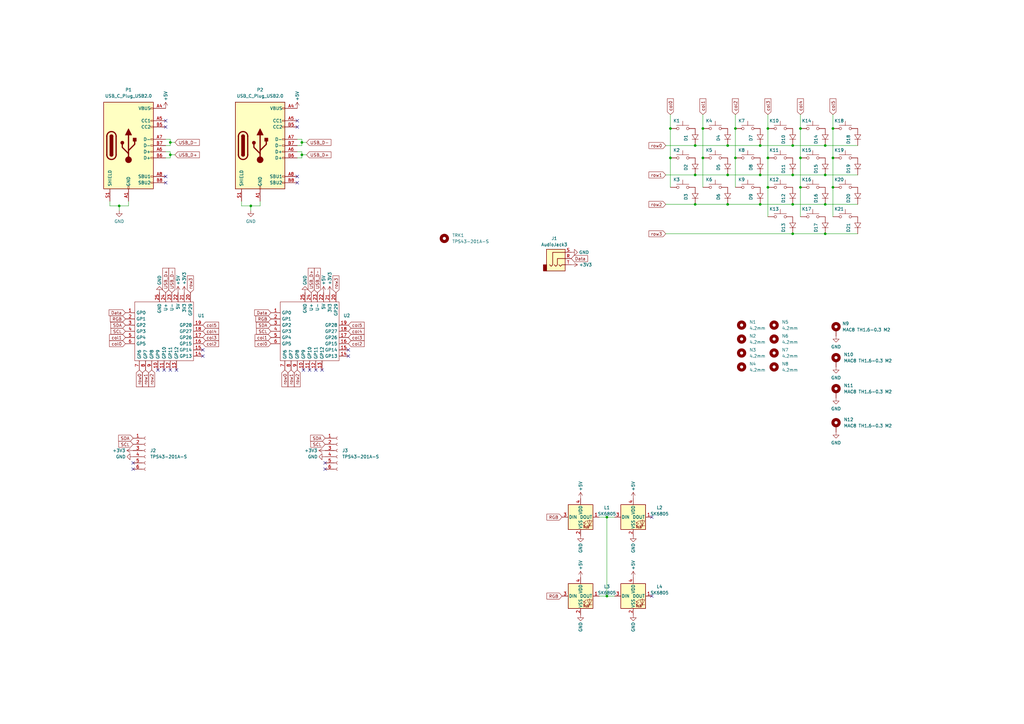
<source format=kicad_sch>
(kicad_sch (version 20230121) (generator eeschema)
  (paper "A3")
  (lib_symbols
    (symbol "Connector:Conn_01x06_Socket" (pin_names (offset 1.016) hide)
      (property "Reference" "J" (at 0 7.62 0))
      (property "Value" "Conn_01x06_Socket" (at 0 -10.16 0))
      (symbol "Conn_01x06_Socket_1_1"
        (arc (start 0 -7.112) (mid -0.5058 -7.62) (end 0 -8.128) (stroke (width 0.1524)))
        (arc (start 0 -4.572) (mid -0.5058 -5.08) (end 0 -5.588) (stroke (width 0.1524)))
        (arc (start 0 -2.032) (mid -0.5058 -2.54) (end 0 -3.048) (stroke (width 0.1524)))
        (polyline (pts (xy -1.27 -7.62) (xy -0.508 -7.62)) (stroke (width 0.1524)))
        (polyline (pts (xy -1.27 -5.08) (xy -0.508 -5.08)) (stroke (width 0.1524)))
        (polyline (pts (xy -1.27 -2.54) (xy -0.508 -2.54)) (stroke (width 0.1524)))
        (polyline (pts (xy -1.27 0) (xy -0.508 0)) (stroke (width 0.1524)))
        (polyline (pts (xy -1.27 2.54) (xy -0.508 2.54)) (stroke (width 0.1524)))
        (polyline (pts (xy -1.27 5.08) (xy -0.508 5.08)) (stroke (width 0.1524)))
        (arc (start 0 0.508) (mid -0.5058 0) (end 0 -0.508) (stroke (width 0.1524)))
        (arc (start 0 3.048) (mid -0.5058 2.54) (end 0 2.032) (stroke (width 0.1524)))
        (arc (start 0 5.588) (mid -0.5058 5.08) (end 0 4.572) (stroke (width 0.1524)))
        (pin passive line (at -5.08 5.08 0) (length 3.81) (name "Pin_1") (number "1"))
        (pin passive line (at -5.08 2.54 0) (length 3.81) (name "Pin_2") (number "2"))
        (pin passive line (at -5.08 0 0) (length 3.81) (name "Pin_3") (number "3"))
        (pin passive line (at -5.08 -2.54 0) (length 3.81) (name "Pin_4") (number "4"))
        (pin passive line (at -5.08 -5.08 0) (length 3.81) (name "Pin_5") (number "5"))
        (pin passive line (at -5.08 -7.62 0) (length 3.81) (name "Pin_6") (number "6"))
      )
    )
    (symbol "Connector:USB_C_Receptacle_USB2.0" (pin_names (offset 1.016))
      (property "Reference" "J" (at -10.16 19.05 0))
      (property "Value" "USB_C_Receptacle_USB2.0" (at 19.05 19.05 0))
      (symbol "USB_C_Receptacle_USB2.0_0_0"
        (rectangle (start -0.254 -17.78) (end 0.254 -16.764))
        (rectangle (start 10.16 -14.986) (end 9.144 -15.494))
        (rectangle (start 10.16 -12.446) (end 9.144 -12.954))
        (rectangle (start 10.16 -4.826) (end 9.144 -5.334))
        (rectangle (start 10.16 -2.286) (end 9.144 -2.794))
        (rectangle (start 10.16 0.254) (end 9.144 -0.254))
        (rectangle (start 10.16 2.794) (end 9.144 2.286))
        (rectangle (start 10.16 7.874) (end 9.144 7.366))
        (rectangle (start 10.16 10.414) (end 9.144 9.906))
        (rectangle (start 10.16 15.494) (end 9.144 14.986))
      )
      (symbol "USB_C_Receptacle_USB2.0_0_1"
        (rectangle (start -10.16 17.78) (end 10.16 -17.78) (stroke (width 0.254)) (fill (type background)))
        (arc (start -8.89 -3.81) (mid -6.985 -5.7067) (end -5.08 -3.81) (stroke (width 0.508)))
        (arc (start -7.62 -3.81) (mid -6.985 -4.4423) (end -6.35 -3.81) (stroke (width 0.254)))
        (arc (start -7.62 -3.81) (mid -6.985 -4.4423) (end -6.35 -3.81) (stroke (width 0.254)) (fill (type outline)))
        (rectangle (start -7.62 -3.81) (end -6.35 3.81) (stroke (width 0.254)) (fill (type outline)))
        (arc (start -6.35 3.81) (mid -6.985 4.4423) (end -7.62 3.81) (stroke (width 0.254)))
        (arc (start -6.35 3.81) (mid -6.985 4.4423) (end -7.62 3.81) (stroke (width 0.254)) (fill (type outline)))
        (arc (start -5.08 3.81) (mid -6.985 5.7067) (end -8.89 3.81) (stroke (width 0.508)))
        (circle (center -2.54 1.143) (radius 0.635) (stroke (width 0.254)) (fill (type outline)))
        (circle (center 0 -5.842) (radius 1.27) (fill (type outline)))
        (polyline (pts (xy -8.89 -3.81) (xy -8.89 3.81)) (stroke (width 0.508)))
        (polyline (pts (xy -5.08 3.81) (xy -5.08 -3.81)) (stroke (width 0.508)))
        (polyline (pts (xy 0 -5.842) (xy 0 4.318)) (stroke (width 0.508)))
        (polyline (pts (xy 0 -3.302) (xy -2.54 -0.762) (xy -2.54 0.508)) (stroke (width 0.508)))
        (polyline (pts (xy 0 -2.032) (xy 2.54 0.508) (xy 2.54 1.778)) (stroke (width 0.508)))
        (polyline (pts (xy -1.27 4.318) (xy 0 6.858) (xy 1.27 4.318) (xy -1.27 4.318)) (stroke (width 0.254)) (fill (type outline)))
        (rectangle (start 1.905 1.778) (end 3.175 3.048) (stroke (width 0.254)) (fill (type outline)))
      )
      (symbol "USB_C_Receptacle_USB2.0_1_1"
        (pin passive line (at 0 -22.86 90) (length 5.08) (name "GND") (number "A1"))
        (pin passive line (at 0 -22.86 90) (length 5.08) hide (name "GND") (number "A12"))
        (pin passive line (at 15.24 15.24 180) (length 5.08) (name "VBUS") (number "A4"))
        (pin bidirectional line (at 15.24 10.16 180) (length 5.08) (name "CC1") (number "A5"))
        (pin bidirectional line (at 15.24 -2.54 180) (length 5.08) (name "D+") (number "A6"))
        (pin bidirectional line (at 15.24 2.54 180) (length 5.08) (name "D-") (number "A7"))
        (pin bidirectional line (at 15.24 -12.7 180) (length 5.08) (name "SBU1") (number "A8"))
        (pin passive line (at 15.24 15.24 180) (length 5.08) hide (name "VBUS") (number "A9"))
        (pin passive line (at 0 -22.86 90) (length 5.08) hide (name "GND") (number "B1"))
        (pin passive line (at 0 -22.86 90) (length 5.08) hide (name "GND") (number "B12"))
        (pin passive line (at 15.24 15.24 180) (length 5.08) hide (name "VBUS") (number "B4"))
        (pin bidirectional line (at 15.24 7.62 180) (length 5.08) (name "CC2") (number "B5"))
        (pin bidirectional line (at 15.24 -5.08 180) (length 5.08) (name "D+") (number "B6"))
        (pin bidirectional line (at 15.24 0 180) (length 5.08) (name "D-") (number "B7"))
        (pin bidirectional line (at 15.24 -15.24 180) (length 5.08) (name "SBU2") (number "B8"))
        (pin passive line (at 15.24 15.24 180) (length 5.08) hide (name "VBUS") (number "B9"))
        (pin passive line (at -7.62 -22.86 90) (length 5.08) (name "SHIELD") (number "S1"))
      )
    )
    (symbol "Connector_Audio:AudioJack3"
      (property "Reference" "J" (at 0 8.89 0))
      (property "Value" "AudioJack3" (at 0 6.35 0))
      (symbol "AudioJack3_0_1"
        (rectangle (start -5.08 -5.08) (end -6.35 -2.54) (stroke (width 0.254)) (fill (type outline)))
        (polyline (pts (xy 0 -2.54) (xy 0.635 -3.175) (xy 1.27 -2.54) (xy 2.54 -2.54)) (stroke (width 0.254)))
        (polyline (pts (xy -1.905 -2.54) (xy -1.27 -3.175) (xy -0.635 -2.54) (xy -0.635 0) (xy 2.54 0)) (stroke (width 0.254)))
        (polyline (pts (xy 2.54 2.54) (xy -2.54 2.54) (xy -2.54 -2.54) (xy -3.175 -3.175) (xy -3.81 -2.54)) (stroke (width 0.254)))
        (rectangle (start 2.54 3.81) (end -5.08 -5.08) (stroke (width 0.254)) (fill (type background)))
      )
      (symbol "AudioJack3_1_1"
        (pin passive line (at 5.08 0 180) (length 2.54) (name "~") (number "R"))
        (pin passive line (at 5.08 2.54 180) (length 2.54) (name "~") (number "S"))
        (pin passive line (at 5.08 -2.54 180) (length 2.54) (name "~") (number "T"))
      )
    )
    (symbol "DreaM117er_Library:DS_1N4148_SMD"
      (property "Reference" "D" (at 0 2.54 0))
      (property "Value" "1N4148_SMD" (at 0 -2.54 0))
      (symbol "DS_1N4148_SMD_0_1"
        (polyline (pts (xy -1.27 1.27) (xy -1.27 -1.27)))
        (polyline (pts (xy -1.27 0) (xy 0.635 1.27) (xy 0.635 -1.27) (xy -1.27 0)))
      )
      (symbol "DS_1N4148_SMD_1_1"
        (pin passive line (at -3.81 0 0) (length 2.54) (name "") (number "1"))
        (pin passive line (at 3.175 0 180) (length 2.54) (name "") (number "2"))
      )
    )
    (symbol "DreaM117er_Library:MCU_RP2040_CoreA_SMD" (pin_names (offset 0.635))
      (property "Reference" "U1" (at -9.525 13.97 0))
      (symbol "MCU_RP2040_CoreA_SMD_0_1"
        (rectangle (start -12.065 12.065) (end 12.065 -12.065))
      )
      (symbol "MCU_RP2040_CoreA_SMD_1_1"
        (pin passive line (at -15.875 7.62 0) (length 3.81) (name "GP0") (number "1"))
        (pin passive line (at -2.54 -15.875 90) (length 3.81) (name "GP9") (number "10"))
        (pin passive line (at 0 -15.875 90) (length 3.81) (name "GP10") (number "11"))
        (pin passive line (at 2.54 -15.875 90) (length 3.81) (name "GP11") (number "12"))
        (pin passive line (at 5.08 -15.875 90) (length 3.81) (name "GP12") (number "13"))
        (pin passive line (at 15.875 -10.16 180) (length 3.81) (name "GP13") (number "14"))
        (pin passive line (at 15.875 -7.62 180) (length 3.81) (name "GP14") (number "15"))
        (pin passive line (at 15.875 -5.08 180) (length 3.81) (name "GP15") (number "16"))
        (pin passive line (at 15.875 -2.54 180) (length 3.81) (name "GP26") (number "17"))
        (pin passive line (at 15.875 0 180) (length 3.81) (name "GP27") (number "18"))
        (pin passive line (at 15.875 2.54 180) (length 3.81) (name "GP28") (number "19"))
        (pin passive line (at -15.875 5.08 0) (length 3.81) (name "GP1") (number "2"))
        (pin passive line (at 10.795 15.875 270) (length 3.81) (name "GP29") (number "20"))
        (pin passive line (at 8.255 15.875 270) (length 3.81) (name "3V3") (number "21"))
        (pin passive line (at 5.715 15.875 270) (length 3.81) (name "5V") (number "22"))
        (pin passive line (at 3.175 15.875 270) (length 3.81) (name "U-") (number "23"))
        (pin passive line (at 0.635 15.875 270) (length 3.81) (name "U+") (number "24"))
        (pin passive line (at -1.905 15.875 270) (length 3.81) (name "GND") (number "25"))
        (pin passive line (at -15.875 2.54 0) (length 3.81) (name "GP2") (number "3"))
        (pin passive line (at -15.875 0 0) (length 3.81) (name "GP3") (number "4"))
        (pin passive line (at -15.875 -2.54 0) (length 3.81) (name "GP4") (number "5"))
        (pin passive line (at -15.875 -5.08 0) (length 3.81) (name "GP5") (number "6"))
        (pin passive line (at -10.16 -15.875 90) (length 3.81) (name "GP6") (number "7"))
        (pin passive line (at -7.62 -15.875 90) (length 3.81) (name "GP7") (number "8"))
        (pin passive line (at -5.08 -15.875 90) (length 3.81) (name "GP8") (number "9"))
      )
    )
    (symbol "LED:SK6805" (pin_names (offset 0.254))
      (property "Reference" "D" (at 5.08 5.715 0))
      (property "Value" "SK6805" (at 1.27 -5.715 0))
      (symbol "SK6805_0_0"
        (text "RGB" (at 2.286 -4.191 0) (effects (font (size 0.762 0.762))))
      )
      (symbol "SK6805_0_1"
        (polyline (pts (xy 1.27 -3.556) (xy 1.778 -3.556)))
        (polyline (pts (xy 1.27 -2.54) (xy 1.778 -2.54)))
        (polyline (pts (xy 4.699 -3.556) (xy 2.667 -3.556)))
        (polyline (pts (xy 2.286 -2.54) (xy 1.27 -3.556) (xy 1.27 -3.048)))
        (polyline (pts (xy 2.286 -1.524) (xy 1.27 -2.54) (xy 1.27 -2.032)))
        (polyline (pts (xy 3.683 -1.016) (xy 3.683 -3.556) (xy 3.683 -4.064)))
        (polyline (pts (xy 4.699 -1.524) (xy 2.667 -1.524) (xy 3.683 -3.556) (xy 4.699 -1.524)))
        (rectangle (start 5.08 5.08) (end -5.08 -5.08) (stroke (width 0.254)) (fill (type background)))
      )
      (symbol "SK6805_1_1"
        (pin output line (at 7.62 0 180) (length 2.54) (name "DOUT") (number "1"))
        (pin power_in line (at 0 -7.62 90) (length 2.54) (name "VSS") (number "2"))
        (pin input line (at -7.62 0 0) (length 2.54) (name "DIN") (number "3"))
        (pin power_in line (at 0 7.62 270) (length 2.54) (name "VDD") (number "4"))
      )
    )
    (symbol "Mechanical:MountingHole" (pin_names (offset 1.016))
      (property "Reference" "H" (at 0 5.08 0))
      (property "Value" "MountingHole" (at 0 3.175 0))
      (symbol "MountingHole_0_1"
        (circle (center 0 0) (radius 1.27) (stroke (width 1.27)))
      )
    )
    (symbol "Mechanical:MountingHole_Pad" (pin_numbers hide) (pin_names (offset 1.016) hide)
      (property "Reference" "H" (at 0 6.35 0))
      (property "Value" "MountingHole_Pad" (at 0 4.445 0))
      (symbol "MountingHole_Pad_0_1"
        (circle (center 0 1.27) (radius 1.27) (stroke (width 1.27)))
      )
      (symbol "MountingHole_Pad_1_1"
        (pin input line (at 0 -2.54 90) (length 2.54) (name "1") (number "1"))
      )
    )
    (symbol "Switch:SW_Push" (pin_numbers hide) (pin_names (offset 1.016) hide)
      (property "Reference" "SW" (at 1.27 2.54 0))
      (property "Value" "SW_Push" (at 0 -1.524 0))
      (symbol "SW_Push_0_1"
        (circle (center -2.032 0) (radius 0.508))
        (polyline (pts (xy 0 1.27) (xy 0 3.048)))
        (polyline (pts (xy 2.54 1.27) (xy -2.54 1.27)))
        (circle (center 2.032 0) (radius 0.508))
        (pin passive line (at -5.08 0 0) (length 2.54) (name "1") (number "1"))
        (pin passive line (at 5.08 0 180) (length 2.54) (name "2") (number "2"))
      )
    )
    (symbol "power:+3V3" (power) (pin_names (offset 0))
      (property "Value" "+3V3" (at 0 3.556 0))
      (symbol "+3V3_0_1"
        (polyline (pts (xy -0.762 1.27) (xy 0 2.54)))
        (polyline (pts (xy 0 0) (xy 0 2.54)))
        (polyline (pts (xy 0 2.54) (xy 0.762 1.27)))
      )
      (symbol "+3V3_1_1"
        (pin power_in line (at 0 0 90) (length 0) hide (name "+3V3") (number "1"))
      )
    )
    (symbol "power:+5V" (power) (pin_names (offset 0))
      (property "Value" "+5V" (at 0 3.556 0))
      (symbol "+5V_0_1"
        (polyline (pts (xy -0.762 1.27) (xy 0 2.54)))
        (polyline (pts (xy 0 0) (xy 0 2.54)))
        (polyline (pts (xy 0 2.54) (xy 0.762 1.27)))
      )
      (symbol "+5V_1_1"
        (pin power_in line (at 0 0 90) (length 0) hide (name "+5V") (number "1"))
      )
    )
    (symbol "power:GND" (power) (pin_names (offset 0))
      (property "Value" "GND" (at 0 -3.81 0))
      (symbol "GND_0_1"
        (polyline (pts (xy 0 0) (xy 0 -1.27) (xy 1.27 -1.27) (xy 0 -2.54) (xy -1.27 -1.27) (xy 0 -1.27)))
      )
      (symbol "GND_1_1"
        (pin power_in line (at 0 0 270) (length 0) hide (name "GND") (number "1"))
      )
    )
  )
  (junction (at 69.85 58.42))
  (junction (at 311.785 83.82))
  (junction (at 338.455 83.82))
  (junction (at 123.825 58.42))
  (junction (at 274.955 52.705))
  (junction (at 285.115 83.82))
  (junction (at 311.785 59.69))
  (junction (at 298.45 59.69))
  (junction (at 328.295 76.835))
  (junction (at 325.12 83.82))
  (junction (at 328.295 52.705))
  (junction (at 298.45 71.755))
  (junction (at 338.455 59.69))
  (junction (at 341.63 64.77))
  (junction (at 285.115 71.755))
  (junction (at 298.45 83.82))
  (junction (at 102.87 84.455))
  (junction (at 325.12 59.69))
  (junction (at 274.955 64.77))
  (junction (at 311.785 71.755))
  (junction (at 301.625 52.705))
  (junction (at 338.455 71.755))
  (junction (at 325.12 71.755))
  (junction (at 301.625 64.77))
  (junction (at 341.63 52.705))
  (junction (at 123.825 63.5))
  (junction (at 48.895 84.455))
  (junction (at 248.92 212.09))
  (junction (at 328.295 64.77))
  (junction (at 288.29 64.77))
  (junction (at 288.29 52.705))
  (junction (at 314.96 76.835))
  (junction (at 314.96 64.77))
  (junction (at 314.96 52.705))
  (junction (at 285.115 59.69))
  (junction (at 341.63 76.835))
  (junction (at 69.85 63.5))
  (junction (at 325.12 95.885))
  (junction (at 338.455 95.885))
  (junction (at 248.92 244.475))
  (no_connect (at 121.92 49.53))
  (no_connect (at 267.335 244.475))
  (no_connect (at 69.85 151.765))
  (no_connect (at 127 151.765))
  (no_connect (at 54.61 192.405))
  (no_connect (at 67.945 49.53))
  (no_connect (at 142.875 143.51))
  (no_connect (at 267.335 212.09))
  (no_connect (at 133.35 189.865))
  (no_connect (at 121.92 72.39))
  (no_connect (at 72.39 151.765))
  (no_connect (at 121.92 52.07))
  (no_connect (at 67.31 151.765))
  (no_connect (at 83.185 146.05))
  (no_connect (at 142.875 146.05))
  (no_connect (at 129.54 151.765))
  (no_connect (at 54.61 189.865))
  (no_connect (at 64.77 151.765))
  (no_connect (at 67.945 72.39))
  (no_connect (at 132.08 151.765))
  (no_connect (at 121.92 74.93))
  (no_connect (at 124.46 151.765))
  (no_connect (at 67.945 74.93))
  (no_connect (at 83.185 143.51))
  (no_connect (at 67.945 52.07))
  (no_connect (at 133.35 192.405))
  (wire (pts (xy 314.96 52.705) (xy 314.96 64.77)))
  (wire (pts (xy 288.29 64.77) (xy 288.29 76.835)))
  (wire (pts (xy 67.945 62.23) (xy 69.85 62.23)))
  (wire (pts (xy 274.955 46.99) (xy 274.955 52.705)))
  (wire (pts (xy 99.06 84.455) (xy 102.87 84.455)))
  (wire (pts (xy 123.825 64.77) (xy 121.92 64.77)))
  (wire (pts (xy 298.45 59.69) (xy 311.785 59.69)))
  (wire (pts (xy 341.63 52.705) (xy 341.63 64.77)))
  (wire (pts (xy 248.92 212.09) (xy 248.92 244.475)))
  (wire (pts (xy 341.63 76.835) (xy 341.63 88.9)))
  (wire (pts (xy 248.92 212.09) (xy 252.095 212.09)))
  (wire (pts (xy 285.115 83.82) (xy 298.45 83.82)))
  (wire (pts (xy 285.115 71.755) (xy 273.05 71.755)))
  (wire (pts (xy 328.295 76.835) (xy 328.295 88.9)))
  (wire (pts (xy 245.745 212.09) (xy 248.92 212.09)))
  (wire (pts (xy 301.625 64.77) (xy 301.625 76.835)))
  (wire (pts (xy 69.85 59.69) (xy 67.945 59.69)))
  (wire (pts (xy 338.455 95.885) (xy 325.12 95.885)))
  (wire (pts (xy 325.12 83.82) (xy 338.455 83.82)))
  (wire (pts (xy 274.955 52.705) (xy 274.955 64.77)))
  (wire (pts (xy 311.785 71.755) (xy 298.45 71.755)))
  (wire (pts (xy 121.92 62.23) (xy 123.825 62.23)))
  (wire (pts (xy 45.085 84.455) (xy 48.895 84.455)))
  (wire (pts (xy 288.29 52.705) (xy 288.29 64.77)))
  (wire (pts (xy 123.825 57.15) (xy 123.825 58.42)))
  (wire (pts (xy 248.92 244.475) (xy 252.095 244.475)))
  (wire (pts (xy 69.85 64.77) (xy 67.945 64.77)))
  (wire (pts (xy 325.12 71.755) (xy 311.785 71.755)))
  (wire (pts (xy 328.295 52.705) (xy 328.295 64.77)))
  (wire (pts (xy 71.755 58.42) (xy 69.85 58.42)))
  (wire (pts (xy 123.825 58.42) (xy 123.825 59.69)))
  (wire (pts (xy 69.85 58.42) (xy 69.85 59.69)))
  (wire (pts (xy 288.29 46.99) (xy 288.29 52.705)))
  (wire (pts (xy 314.96 64.77) (xy 314.96 76.835)))
  (wire (pts (xy 314.96 46.99) (xy 314.96 52.705)))
  (wire (pts (xy 328.295 64.77) (xy 328.295 76.835)))
  (wire (pts (xy 273.05 83.82) (xy 285.115 83.82)))
  (wire (pts (xy 285.115 59.69) (xy 298.45 59.69)))
  (wire (pts (xy 48.895 86.36) (xy 48.895 84.455)))
  (wire (pts (xy 99.06 82.55) (xy 99.06 84.455)))
  (wire (pts (xy 67.945 57.15) (xy 69.85 57.15)))
  (wire (pts (xy 338.455 71.755) (xy 325.12 71.755)))
  (wire (pts (xy 69.85 57.15) (xy 69.85 58.42)))
  (wire (pts (xy 102.87 86.36) (xy 102.87 84.455)))
  (wire (pts (xy 69.85 63.5) (xy 69.85 64.77)))
  (wire (pts (xy 48.895 84.455) (xy 52.705 84.455)))
  (wire (pts (xy 274.955 64.77) (xy 274.955 76.835)))
  (wire (pts (xy 123.825 59.69) (xy 121.92 59.69)))
  (wire (pts (xy 123.825 63.5) (xy 123.825 64.77)))
  (wire (pts (xy 301.625 52.705) (xy 301.625 64.77)))
  (wire (pts (xy 69.85 62.23) (xy 69.85 63.5)))
  (wire (pts (xy 338.455 59.69) (xy 351.79 59.69)))
  (wire (pts (xy 273.05 59.69) (xy 285.115 59.69)))
  (wire (pts (xy 325.12 59.69) (xy 338.455 59.69)))
  (wire (pts (xy 311.785 59.69) (xy 325.12 59.69)))
  (wire (pts (xy 245.745 244.475) (xy 248.92 244.475)))
  (wire (pts (xy 45.085 82.55) (xy 45.085 84.455)))
  (wire (pts (xy 125.73 63.5) (xy 123.825 63.5)))
  (wire (pts (xy 298.45 71.755) (xy 285.115 71.755)))
  (wire (pts (xy 314.96 76.835) (xy 314.96 88.9)))
  (wire (pts (xy 298.45 83.82) (xy 311.785 83.82)))
  (wire (pts (xy 102.87 84.455) (xy 106.68 84.455)))
  (wire (pts (xy 123.825 62.23) (xy 123.825 63.5)))
  (wire (pts (xy 341.63 46.99) (xy 341.63 52.705)))
  (wire (pts (xy 351.79 71.755) (xy 338.455 71.755)))
  (wire (pts (xy 325.12 95.885) (xy 273.05 95.885)))
  (wire (pts (xy 301.625 46.99) (xy 301.625 52.705)))
  (wire (pts (xy 311.785 83.82) (xy 325.12 83.82)))
  (wire (pts (xy 341.63 64.77) (xy 341.63 76.835)))
  (wire (pts (xy 121.92 57.15) (xy 123.825 57.15)))
  (wire (pts (xy 71.755 63.5) (xy 69.85 63.5)))
  (wire (pts (xy 52.705 84.455) (xy 52.705 82.55)))
  (wire (pts (xy 125.73 58.42) (xy 123.825 58.42)))
  (wire (pts (xy 328.295 46.99) (xy 328.295 52.705)))
  (wire (pts (xy 338.455 83.82) (xy 351.79 83.82)))
  (wire (pts (xy 106.68 84.455) (xy 106.68 82.55)))
  (wire (pts (xy 351.79 95.885) (xy 338.455 95.885)))
  (global_label "USB_D+" (shape input) (at 125.73 63.5 0) (property "Intersheetrefs" "${INTERSHEET_REFS}" (effects hide)))
  (global_label "col2" (shape input) (at 142.875 140.97 0) (property "Intersheetrefs" "${INTERSHEET_REFS}" (effects hide)))
  (global_label "SDA" (shape input) (at 51.435 133.35 180) (property "Intersheetrefs" "${INTERSHEET_REFS}" (effects hide)))
  (global_label "row2" (shape input) (at 273.05 83.82 180) (property "Intersheetrefs" "${INTERSHEET_REFS}" (effects hide)))
  (global_label "col4" (shape input) (at 142.875 135.89 0) (property "Intersheetrefs" "${INTERSHEET_REFS}" (effects hide)))
  (global_label "col1" (shape input) (at 288.29 46.99 90) (property "Intersheetrefs" "${INTERSHEET_REFS}" (effects hide)))
  (global_label "SCL" (shape input) (at 111.125 135.89 180) (property "Intersheetrefs" "${INTERSHEET_REFS}" (effects hide)))
  (global_label "col0" (shape input) (at 111.125 140.97 180) (property "Intersheetrefs" "${INTERSHEET_REFS}" (effects hide)))
  (global_label "row2" (shape input) (at 62.23 151.765 270) (property "Intersheetrefs" "${INTERSHEET_REFS}" (effects hide)))
  (global_label "SDA" (shape input) (at 111.125 133.35 180) (property "Intersheetrefs" "${INTERSHEET_REFS}" (effects hide)))
  (global_label "SCL" (shape input) (at 133.35 182.245 180) (property "Intersheetrefs" "${INTERSHEET_REFS}" (effects hide)))
  (global_label "col3" (shape input) (at 83.185 138.43 0) (property "Intersheetrefs" "${INTERSHEET_REFS}" (effects hide)))
  (global_label "SDA" (shape input) (at 133.35 179.705 180) (property "Intersheetrefs" "${INTERSHEET_REFS}" (effects hide)))
  (global_label "SCL" (shape input) (at 54.61 182.245 180) (property "Intersheetrefs" "${INTERSHEET_REFS}" (effects hide)))
  (global_label "row2" (shape input) (at 121.92 151.765 270) (property "Intersheetrefs" "${INTERSHEET_REFS}" (effects hide)))
  (global_label "col5" (shape input) (at 83.185 133.35 0) (property "Intersheetrefs" "${INTERSHEET_REFS}" (effects hide)))
  (global_label "col5" (shape input) (at 341.63 46.99 90) (property "Intersheetrefs" "${INTERSHEET_REFS}" (effects hide)))
  (global_label "row1" (shape input) (at 59.69 151.765 270) (property "Intersheetrefs" "${INTERSHEET_REFS}" (effects hide)))
  (global_label "row1" (shape input) (at 273.05 71.755 180) (property "Intersheetrefs" "${INTERSHEET_REFS}" (effects hide)))
  (global_label "col5" (shape input) (at 142.875 133.35 0) (property "Intersheetrefs" "${INTERSHEET_REFS}" (effects hide)))
  (global_label "Data" (shape input) (at 234.315 106.045 0) (property "Intersheetrefs" "${INTERSHEET_REFS}" (effects hide)))
  (global_label "col1" (shape input) (at 51.435 138.43 180) (property "Intersheetrefs" "${INTERSHEET_REFS}" (effects hide)))
  (global_label "USB_D-" (shape input) (at 125.73 58.42 0) (property "Intersheetrefs" "${INTERSHEET_REFS}" (effects hide)))
  (global_label "row3" (shape input) (at 137.795 120.015 90) (property "Intersheetrefs" "${INTERSHEET_REFS}" (effects hide)))
  (global_label "USB_D+" (shape input) (at 67.945 120.015 90) (property "Intersheetrefs" "${INTERSHEET_REFS}" (effects hide)))
  (global_label "col4" (shape input) (at 328.295 46.99 90) (property "Intersheetrefs" "${INTERSHEET_REFS}" (effects hide)))
  (global_label "col2" (shape input) (at 83.185 140.97 0) (property "Intersheetrefs" "${INTERSHEET_REFS}" (effects hide)))
  (global_label "RGB" (shape input) (at 230.505 244.475 180) (property "Intersheetrefs" "${INTERSHEET_REFS}" (effects hide)))
  (global_label "USB_D-" (shape input) (at 71.755 58.42 0) (property "Intersheetrefs" "${INTERSHEET_REFS}" (effects hide)))
  (global_label "Data" (shape input) (at 111.125 128.27 180) (property "Intersheetrefs" "${INTERSHEET_REFS}" (effects hide)))
  (global_label "RGB" (shape input) (at 51.435 130.81 180) (property "Intersheetrefs" "${INTERSHEET_REFS}" (effects hide)))
  (global_label "USB_D+" (shape input) (at 127.635 120.015 90) (property "Intersheetrefs" "${INTERSHEET_REFS}" (effects hide)))
  (global_label "row0" (shape input) (at 273.05 59.69 180) (property "Intersheetrefs" "${INTERSHEET_REFS}" (effects hide)))
  (global_label "col2" (shape input) (at 301.625 46.99 90) (property "Intersheetrefs" "${INTERSHEET_REFS}" (effects hide)))
  (global_label "USB_D+" (shape input) (at 71.755 63.5 0) (property "Intersheetrefs" "${INTERSHEET_REFS}" (effects hide)))
  (global_label "col1" (shape input) (at 111.125 138.43 180) (property "Intersheetrefs" "${INTERSHEET_REFS}" (effects hide)))
  (global_label "RGB" (shape input) (at 111.125 130.81 180) (property "Intersheetrefs" "${INTERSHEET_REFS}" (effects hide)))
  (global_label "SCL" (shape input) (at 51.435 135.89 180) (property "Intersheetrefs" "${INTERSHEET_REFS}" (effects hide)))
  (global_label "col4" (shape input) (at 83.185 135.89 0) (property "Intersheetrefs" "${INTERSHEET_REFS}" (effects hide)))
  (global_label "USB_D-" (shape input) (at 70.485 120.015 90) (property "Intersheetrefs" "${INTERSHEET_REFS}" (effects hide)))
  (global_label "row3" (shape input) (at 273.05 95.885 180) (property "Intersheetrefs" "${INTERSHEET_REFS}" (effects hide)))
  (global_label "col0" (shape input) (at 51.435 140.97 180) (property "Intersheetrefs" "${INTERSHEET_REFS}" (effects hide)))
  (global_label "col3" (shape input) (at 142.875 138.43 0) (property "Intersheetrefs" "${INTERSHEET_REFS}" (effects hide)))
  (global_label "row0" (shape input) (at 116.84 151.765 270) (property "Intersheetrefs" "${INTERSHEET_REFS}" (effects hide)))
  (global_label "col3" (shape input) (at 314.96 46.99 90) (property "Intersheetrefs" "${INTERSHEET_REFS}" (effects hide)))
  (global_label "row1" (shape input) (at 119.38 151.765 270) (property "Intersheetrefs" "${INTERSHEET_REFS}" (effects hide)))
  (global_label "RGB" (shape input) (at 230.505 212.09 180) (property "Intersheetrefs" "${INTERSHEET_REFS}" (effects hide)))
  (global_label "row3" (shape input) (at 78.105 120.015 90) (property "Intersheetrefs" "${INTERSHEET_REFS}" (effects hide)))
  (global_label "Data" (shape input) (at 51.435 128.27 180) (property "Intersheetrefs" "${INTERSHEET_REFS}" (effects hide)))
  (global_label "row0" (shape input) (at 57.15 151.765 270) (property "Intersheetrefs" "${INTERSHEET_REFS}" (effects hide)))
  (global_label "col0" (shape input) (at 274.955 46.99 90) (property "Intersheetrefs" "${INTERSHEET_REFS}" (effects hide)))
  (global_label "USB_D-" (shape input) (at 130.175 120.015 90) (property "Intersheetrefs" "${INTERSHEET_REFS}" (effects hide)))
  (global_label "SDA" (shape input) (at 54.61 179.705 180) (property "Intersheetrefs" "${INTERSHEET_REFS}" (effects hide)))
  (symbol (lib_id "DreaM117er_Library:DS_1N4148_SMD") (at 325.12 67.945 90) (unit 1)
    (property "Reference" "D11" (at 321.31 67.31 0) (effects (justify right)))
    (property "Value" "1N4148_SMD" (effects hide))
    (property "Footprint" "DreaM117er-keebLibrary:D_SOD-123_dual" (effects hide))
  )
  (symbol (lib_id "DreaM117er_Library:DS_1N4148_SMD") (at 311.785 55.88 90) (unit 1)
    (property "Reference" "D7" (at 307.975 55.245 0) (effects (justify right)))
    (property "Value" "1N4148_SMD" (effects hide))
    (property "Footprint" "DreaM117er-keebLibrary:D_SOD-123_dual" (effects hide))
  )
  (symbol (lib_id "DreaM117er_Library:DS_1N4148_SMD") (at 351.79 92.075 90) (unit 1)
    (property "Reference" "D21" (at 347.98 91.44 0) (effects (justify right)))
    (property "Value" "1N4148_SMD" (effects hide))
    (property "Footprint" "DreaM117er-keebLibrary:D_SOD-123_dual" (effects hide))
  )
  (symbol (lib_id "Connector:USB_C_Receptacle_USB2.0") (at 52.705 59.69 0) (unit 1)
    (property "Reference" "P1" (at 52.705 36.83 0))
    (property "Value" "USB_C_Plug_USB2.0" (at 52.705 39.37 0))
    (property "Footprint" "DreaM117er-keebLibrary:USB_C_16P_MID_MOUT_SR_Molex" (effects hide))
    (property "Datasheet" "https://www.usb.org/sites/default/files/documents/usb_type-c.zip" (effects hide))
  )
  (symbol (lib_id "Connector_Audio:AudioJack3") (at 229.235 106.045 0) (unit 1)
    (property "Reference" "J1" (at 227.33 97.79 0))
    (property "Value" "AudioJack3" (at 227.33 100.33 0))
    (property "Footprint" "DreaM117er-keebLibrary:TRRS-PJ-381-BB_6P_Dual" (effects hide))
  )
  (symbol (lib_id "power:GND") (at 234.315 103.505 90) (unit 1)
    (property "Reference" "#PWR015" (effects hide))
    (property "Value" "GND" (at 237.49 103.505 90) (effects (justify right)))
  )
  (symbol (lib_id "power:+5V") (at 259.715 204.47 0) (unit 1)
    (property "Reference" "#PWR017" (effects hide))
    (property "Value" "+5V" (at 259.715 199.39 90))
  )
  (symbol (lib_id "Mechanical:MountingHole_Pad") (at 342.9 147.955 0) (unit 1)
    (property "Reference" "N10" (at 346.075 145.415 0) (effects (justify left)))
    (property "Value" "MAC8 TH1.6-0.3 M2" (at 346.075 147.955 0) (effects (justify left)))
    (property "Footprint" "DreaM117er-keebLibrary:MAC8_TH0816-XX-M2-Dual_Pad" (effects hide))
  )
  (symbol (lib_id "Mechanical:MountingHole_Pad") (at 342.9 174.625 0) (unit 1)
    (property "Reference" "N12" (at 346.075 172.085 0) (effects (justify left)))
    (property "Value" "MAC8 TH1.6-0.3 M2" (at 346.075 174.625 0) (effects (justify left)))
    (property "Footprint" "DreaM117er-keebLibrary:MAC8_TH0816-XX-M2-Dual_Pad" (effects hide))
  )
  (symbol (lib_id "LED:SK6805") (at 238.125 212.09 0) (unit 1)
    (property "Reference" "L1" (at 248.92 208.2039 0))
    (property "Value" "SK6805" (at 248.92 210.7439 0))
    (property "Footprint" "DreaM117er-keebLibrary:LED_SK6805_PLCC4_2.4x2.7mm_P1.3mm" (effects hide))
    (property "Datasheet" "https://cdn-shop.adafruit.com/product-files/3484/3484_Datasheet.pdf" (effects hide))
  )
  (symbol (lib_id "Switch:SW_Push") (at 346.71 76.835 0) (unit 1)
    (property "Reference" "K20" (at 344.17 73.66 0))
    (property "Value" "PG1316S" (effects hide))
    (property "Footprint" "DreaM117er-keebLibrary:SW_Kailh_PG1316S_1.00u_Dual" (effects hide))
  )
  (symbol (lib_id "LED:SK6805") (at 259.715 212.09 0) (unit 1)
    (property "Reference" "L2" (at 270.51 208.2039 0))
    (property "Value" "SK6805" (at 270.51 210.7439 0))
    (property "Footprint" "DreaM117er-keebLibrary:LED_SK6805_PLCC4_2.4x2.7mm_P1.3mm" (effects hide))
    (property "Datasheet" "https://cdn-shop.adafruit.com/product-files/3484/3484_Datasheet.pdf" (effects hide))
  )
  (symbol (lib_id "Mechanical:MountingHole") (at 304.165 150.495 0) (unit 1)
    (property "Reference" "N4" (at 307.34 149.225 0) (effects (justify left)))
    (property "Value" "4.2mm" (at 307.34 151.765 0) (effects (justify left)))
    (property "Footprint" "DreaM117er-keebLibrary:MAC8_TH0816-XX-M2-NPTHhole" (effects hide))
  )
  (symbol (lib_id "Switch:SW_Push") (at 333.375 88.9 0) (unit 1)
    (property "Reference" "K17" (at 330.835 85.725 0))
    (property "Value" "PG1316S" (effects hide))
    (property "Footprint" "DreaM117er-keebLibrary:SW_Kailh_PG1316S_1.00u_Dual" (effects hide))
  )
  (symbol (lib_id "Switch:SW_Push") (at 280.035 76.835 0) (unit 1)
    (property "Reference" "K3" (at 277.495 73.66 0))
    (property "Value" "PG1316S" (effects hide))
    (property "Footprint" "DreaM117er-keebLibrary:SW_Kailh_PG1316S_1.00u_Dual" (effects hide))
  )
  (symbol (lib_id "DreaM117er_Library:DS_1N4148_SMD") (at 338.455 92.075 90) (unit 1)
    (property "Reference" "D17" (at 334.645 91.44 0) (effects (justify right)))
    (property "Value" "1N4148_SMD" (effects hide))
    (property "Footprint" "DreaM117er-keebLibrary:D_SOD-123_dual" (effects hide))
  )
  (symbol (lib_id "DreaM117er_Library:DS_1N4148_SMD") (at 298.45 55.88 90) (unit 1)
    (property "Reference" "D4" (at 294.64 55.245 0) (effects (justify right)))
    (property "Value" "1N4148_SMD" (effects hide))
    (property "Footprint" "DreaM117er-keebLibrary:D_SOD-123_dual" (effects hide))
  )
  (symbol (lib_id "Switch:SW_Push") (at 346.71 88.9 0) (unit 1)
    (property "Reference" "K21" (at 344.17 85.725 0))
    (property "Value" "PG1316S" (effects hide))
    (property "Footprint" "DreaM117er-keebLibrary:SW_Kailh_PG1316S_1.00u_Dual" (effects hide))
  )
  (symbol (lib_id "Switch:SW_Push") (at 333.375 76.835 0) (unit 1)
    (property "Reference" "K16" (at 330.835 73.66 0))
    (property "Value" "PG1316S" (effects hide))
    (property "Footprint" "DreaM117er-keebLibrary:SW_Kailh_PG1316S_1.00u_Dual" (effects hide))
  )
  (symbol (lib_id "power:GND") (at 102.87 86.36 0) (unit 1)
    (property "Reference" "#PWR011" (effects hide))
    (property "Value" "GND" (at 102.87 90.805 0))
  )
  (symbol (lib_id "DreaM117er_Library:DS_1N4148_SMD") (at 285.115 55.88 90) (unit 1)
    (property "Reference" "D1" (at 281.305 55.245 0) (effects (justify right)))
    (property "Value" "1N4148_SMD" (effects hide))
    (property "Footprint" "DreaM117er-keebLibrary:D_SOD-123_dual" (effects hide))
  )
  (symbol (lib_id "Mechanical:MountingHole") (at 317.5 139.065 0) (unit 1)
    (property "Reference" "N6" (at 320.675 137.795 0) (effects (justify left)))
    (property "Value" "4.2mm" (at 320.675 140.335 0) (effects (justify left)))
    (property "Footprint" "DreaM117er-keebLibrary:MAC8_TH0816-XX-M2-NPTHhole" (effects hide))
  )
  (symbol (lib_id "DreaM117er_Library:DS_1N4148_SMD") (at 325.12 80.01 90) (unit 1)
    (property "Reference" "D12" (at 321.31 79.375 0) (effects (justify right)))
    (property "Value" "1N4148_SMD" (effects hide))
    (property "Footprint" "DreaM117er-keebLibrary:D_SOD-123_dual" (effects hide))
  )
  (symbol (lib_id "Switch:SW_Push") (at 306.705 76.835 0) (unit 1)
    (property "Reference" "K9" (at 304.165 73.66 0))
    (property "Value" "PG1316S" (effects hide))
    (property "Footprint" "DreaM117er-keebLibrary:SW_Kailh_PG1316S_1.00u_Dual" (effects hide))
  )
  (symbol (lib_id "LED:SK6805") (at 259.715 244.475 0) (unit 1)
    (property "Reference" "L4" (at 270.51 240.5889 0))
    (property "Value" "SK6805" (at 270.51 243.1289 0))
    (property "Footprint" "DreaM117er-keebLibrary:LED_SK6805_PLCC4_2.4x2.7mm_P1.3mm" (effects hide))
    (property "Datasheet" "https://cdn-shop.adafruit.com/product-files/3484/3484_Datasheet.pdf" (effects hide))
  )
  (symbol (lib_id "DreaM117er_Library:DS_1N4148_SMD") (at 338.455 55.88 90) (unit 1)
    (property "Reference" "D14" (at 334.645 55.245 0) (effects (justify right)))
    (property "Value" "1N4148_SMD" (effects hide))
    (property "Footprint" "DreaM117er-keebLibrary:D_SOD-123_dual" (effects hide))
  )
  (symbol (lib_id "Switch:SW_Push") (at 346.71 64.77 0) (unit 1)
    (property "Reference" "K19" (at 344.17 61.595 0))
    (property "Value" "PG1316S" (effects hide))
    (property "Footprint" "DreaM117er-keebLibrary:SW_Kailh_PG1316S_1.00u_Dual" (effects hide))
  )
  (symbol (lib_id "power:GND") (at 342.9 163.195 0) (unit 1)
    (property "Reference" "#PWR021" (effects hide))
    (property "Value" "GND" (at 342.9 167.64 0))
  )
  (symbol (lib_id "DreaM117er_Library:DS_1N4148_SMD") (at 325.12 92.075 90) (unit 1)
    (property "Reference" "D13" (at 321.31 91.44 0) (effects (justify right)))
    (property "Value" "1N4148_SMD" (effects hide))
    (property "Footprint" "DreaM117er-keebLibrary:D_SOD-123_dual" (effects hide))
  )
  (symbol (lib_id "power:+5V") (at 238.125 204.47 0) (unit 1)
    (property "Reference" "#PWR014" (effects hide))
    (property "Value" "+5V" (at 238.125 199.39 90))
  )
  (symbol (lib_id "DreaM117er_Library:DS_1N4148_SMD") (at 325.12 55.88 90) (unit 1)
    (property "Reference" "D10" (at 321.31 55.245 0) (effects (justify right)))
    (property "Value" "1N4148_SMD" (effects hide))
    (property "Footprint" "DreaM117er-keebLibrary:D_SOD-123_dual" (effects hide))
  )
  (symbol (lib_id "Switch:SW_Push") (at 280.035 52.705 0) (unit 1)
    (property "Reference" "K1" (at 277.495 49.53 0))
    (property "Value" "PG1316S" (effects hide))
    (property "Footprint" "DreaM117er-keebLibrary:SW_Kailh_PG1316S_1.00u_Dual" (effects hide))
  )
  (symbol (lib_id "Connector:Conn_01x06_Socket") (at 138.43 184.785 0) (unit 1)
    (property "Reference" "J3" (at 140.335 184.785 0) (effects (justify left)))
    (property "Value" "TPS43-201A-S" (at 140.335 187.325 0) (effects (justify left)))
    (property "Footprint" "DreaM117er-keebLibrary:Hirose_FH12-6S-0.5SH_1x06-1MP_P0.50mm_Horizontal" (effects hide))
  )
  (symbol (lib_id "Switch:SW_Push") (at 293.37 64.77 0) (unit 1)
    (property "Reference" "K5" (at 290.83 61.595 0))
    (property "Value" "PG1316S" (effects hide))
    (property "Footprint" "DreaM117er-keebLibrary:SW_Kailh_PG1316S_1.00u_Dual" (effects hide))
  )
  (symbol (lib_id "Switch:SW_Push") (at 320.04 88.9 0) (unit 1)
    (property "Reference" "K13" (at 317.5 85.725 0))
    (property "Value" "PG1316S" (effects hide))
    (property "Footprint" "DreaM117er-keebLibrary:SW_Kailh_PG1316S_1.00u_Dual" (effects hide))
  )
  (symbol (lib_id "Switch:SW_Push") (at 320.04 64.77 0) (unit 1)
    (property "Reference" "K11" (at 317.5 61.595 0))
    (property "Value" "PG1316S" (effects hide))
    (property "Footprint" "DreaM117er-keebLibrary:SW_Kailh_PG1316S_1.00u_Dual" (effects hide))
  )
  (symbol (lib_id "power:GND") (at 238.125 219.71 0) (unit 1)
    (property "Reference" "#PWR013" (effects hide))
    (property "Value" "GND" (at 238.125 224.79 90))
  )
  (symbol (lib_id "power:GND") (at 342.9 177.165 0) (unit 1)
    (property "Reference" "#PWR022" (effects hide))
    (property "Value" "GND" (at 342.9 181.61 0))
  )
  (symbol (lib_id "power:+3V3") (at 133.35 184.785 90) (unit 1)
    (property "Reference" "#PWR03" (effects hide))
    (property "Value" "+3V3" (at 130.175 184.785 90) (effects (justify left)))
  )
  (symbol (lib_id "Mechanical:MountingHole") (at 317.5 133.35 0) (unit 1)
    (property "Reference" "N5" (at 320.675 132.08 0) (effects (justify left)))
    (property "Value" "4.2mm" (at 320.675 134.62 0) (effects (justify left)))
    (property "Footprint" "DreaM117er-keebLibrary:MAC8_TH0816-XX-M2-NPTHhole" (effects hide))
  )
  (symbol (lib_id "DreaM117er_Library:DS_1N4148_SMD") (at 338.455 67.945 90) (unit 1)
    (property "Reference" "D15" (at 334.645 67.31 0) (effects (justify right)))
    (property "Value" "1N4148_SMD" (effects hide))
    (property "Footprint" "DreaM117er-keebLibrary:D_SOD-123_dual" (effects hide))
  )
  (symbol (lib_id "power:+5V") (at 73.025 120.015 0) (unit 1)
    (property "Reference" "#PWR025" (effects hide))
    (property "Value" "+5V" (at 73.025 114.935 90))
  )
  (symbol (lib_id "DreaM117er_Library:DS_1N4148_SMD") (at 311.785 67.945 90) (unit 1)
    (property "Reference" "D8" (at 307.975 67.31 0) (effects (justify right)))
    (property "Value" "1N4148_SMD" (effects hide))
    (property "Footprint" "DreaM117er-keebLibrary:D_SOD-123_dual" (effects hide))
  )
  (symbol (lib_id "power:GND") (at 238.125 252.095 0) (unit 1)
    (property "Reference" "#PWR032" (effects hide))
    (property "Value" "GND" (at 238.125 257.175 90))
  )
  (symbol (lib_id "DreaM117er_Library:MCU_RP2040_CoreA_SMD") (at 127 135.89 0) (unit 1)
    (property "Reference" "U2" (at 142.24 129.4383 0))
    (property "Value" "MCU_RP2040_CoreA_SMD" (effects hide))
    (property "Footprint" "DreaM117er-keebLibrary:MCU_RP2040CoreA_SMD" (effects hide))
  )
  (symbol (lib_id "Switch:SW_Push") (at 293.37 52.705 0) (unit 1)
    (property "Reference" "K4" (at 290.83 49.53 0))
    (property "Value" "PG1316S" (effects hide))
    (property "Footprint" "DreaM117er-keebLibrary:SW_Kailh_PG1316S_1.00u_Dual" (effects hide))
  )
  (symbol (lib_id "Switch:SW_Push") (at 333.375 64.77 0) (unit 1)
    (property "Reference" "K15" (at 330.835 61.595 0))
    (property "Value" "PG1316S" (effects hide))
    (property "Footprint" "DreaM117er-keebLibrary:SW_Kailh_PG1316S_1.00u_Dual" (effects hide))
  )
  (symbol (lib_id "power:GND") (at 342.9 150.495 0) (unit 1)
    (property "Reference" "#PWR020" (effects hide))
    (property "Value" "GND" (at 342.9 154.94 0))
  )
  (symbol (lib_id "power:+5V") (at 67.945 44.45 0) (unit 1)
    (property "Reference" "#PWR04" (effects hide))
    (property "Value" "+5V" (at 67.945 39.37 90))
  )
  (symbol (lib_id "DreaM117er_Library:DS_1N4148_SMD") (at 298.45 67.945 90) (unit 1)
    (property "Reference" "D5" (at 294.64 67.31 0) (effects (justify right)))
    (property "Value" "1N4148_SMD" (effects hide))
    (property "Footprint" "DreaM117er-keebLibrary:D_SOD-123_dual" (effects hide))
  )
  (symbol (lib_id "power:+3V3") (at 234.315 108.585 270) (unit 1)
    (property "Reference" "#PWR016" (effects hide))
    (property "Value" "+3V3" (at 237.49 108.585 90) (effects (justify left)))
  )
  (symbol (lib_id "power:GND") (at 342.9 137.795 0) (unit 1)
    (property "Reference" "#PWR019" (effects hide))
    (property "Value" "GND" (at 342.9 142.24 0))
  )
  (symbol (lib_id "DreaM117er_Library:DS_1N4148_SMD") (at 285.115 67.945 90) (unit 1)
    (property "Reference" "D2" (at 281.305 67.31 0) (effects (justify right)))
    (property "Value" "1N4148_SMD" (effects hide))
    (property "Footprint" "DreaM117er-keebLibrary:D_SOD-123_dual" (effects hide))
  )
  (symbol (lib_id "Mechanical:MountingHole") (at 304.165 133.35 0) (unit 1)
    (property "Reference" "N1" (at 307.34 132.08 0) (effects (justify left)))
    (property "Value" "4.2mm" (at 307.34 134.62 0) (effects (justify left)))
    (property "Footprint" "DreaM117er-keebLibrary:MAC8_TH0816-XX-M2-NPTHhole" (effects hide))
  )
  (symbol (lib_id "DreaM117er_Library:DS_1N4148_SMD") (at 338.455 80.01 90) (unit 1)
    (property "Reference" "D16" (at 334.645 79.375 0) (effects (justify right)))
    (property "Value" "1N4148_SMD" (effects hide))
    (property "Footprint" "DreaM117er-keebLibrary:D_SOD-123_dual" (effects hide))
  )
  (symbol (lib_id "power:+3V3") (at 135.255 120.015 0) (unit 1)
    (property "Reference" "#PWR08" (effects hide))
    (property "Value" "+3V3" (at 135.255 116.84 90) (effects (justify left)))
  )
  (symbol (lib_id "Mechanical:MountingHole") (at 317.5 150.495 0) (unit 1)
    (property "Reference" "N8" (at 320.675 149.225 0) (effects (justify left)))
    (property "Value" "4.2mm" (at 320.675 151.765 0) (effects (justify left)))
    (property "Footprint" "DreaM117er-keebLibrary:MAC8_TH0816-XX-M2-NPTHhole" (effects hide))
  )
  (symbol (lib_id "power:+3V3") (at 75.565 120.015 0) (unit 1)
    (property "Reference" "#PWR010" (effects hide))
    (property "Value" "+3V3" (at 75.565 116.84 90) (effects (justify left)))
  )
  (symbol (lib_id "DreaM117er_Library:DS_1N4148_SMD") (at 311.785 80.01 90) (unit 1)
    (property "Reference" "D9" (at 307.975 79.375 0) (effects (justify right)))
    (property "Value" "1N4148_SMD" (effects hide))
    (property "Footprint" "DreaM117er-keebLibrary:D_SOD-123_dual" (effects hide))
  )
  (symbol (lib_id "DreaM117er_Library:DS_1N4148_SMD") (at 351.79 80.01 90) (unit 1)
    (property "Reference" "D20" (at 347.98 79.375 0) (effects (justify right)))
    (property "Value" "1N4148_SMD" (effects hide))
    (property "Footprint" "DreaM117er-keebLibrary:D_SOD-123_dual" (effects hide))
  )
  (symbol (lib_id "DreaM117er_Library:MCU_RP2040_CoreA_SMD") (at 67.31 135.89 0) (unit 1)
    (property "Reference" "U1" (at 82.55 129.4383 0))
    (property "Value" "MCU_RP2040_CoreA_SMD" (effects hide))
    (property "Footprint" "DreaM117er-keebLibrary:MCU_RP2040CoreA_SMD" (effects hide))
  )
  (symbol (lib_id "Mechanical:MountingHole_Pad") (at 342.9 160.655 0) (unit 1)
    (property "Reference" "N11" (at 346.075 158.115 0) (effects (justify left)))
    (property "Value" "MAC8 TH1.6-0.3 M2" (at 346.075 160.655 0) (effects (justify left)))
    (property "Footprint" "DreaM117er-keebLibrary:MAC8_TH0816-XX-M2-Dual_Pad" (effects hide))
  )
  (symbol (lib_id "power:+5V") (at 259.715 236.855 0) (unit 1)
    (property "Reference" "#PWR033" (effects hide))
    (property "Value" "+5V" (at 259.715 231.775 90))
  )
  (symbol (lib_id "power:GND") (at 125.095 120.015 180) (unit 1)
    (property "Reference" "#PWR01" (effects hide))
    (property "Value" "GND" (at 125.095 114.935 90))
  )
  (symbol (lib_id "power:+5V") (at 132.715 120.015 0) (unit 1)
    (property "Reference" "#PWR07" (effects hide))
    (property "Value" "+5V" (at 132.715 114.935 90))
  )
  (symbol (lib_id "Connector:Conn_01x06_Socket") (at 59.69 184.785 0) (unit 1)
    (property "Reference" "J2" (at 61.595 184.785 0) (effects (justify left)))
    (property "Value" "TPS43-201A-S" (at 61.595 187.325 0) (effects (justify left)))
    (property "Footprint" "DreaM117er-keebLibrary:Hirose_FH12-6S-0.5SH_1x06-1MP_P0.50mm_Horizontal" (effects hide))
  )
  (symbol (lib_id "power:+3V3") (at 54.61 184.785 90) (unit 1)
    (property "Reference" "#PWR06" (effects hide))
    (property "Value" "+3V3" (at 51.435 184.785 90) (effects (justify left)))
  )
  (symbol (lib_id "Switch:SW_Push") (at 280.035 64.77 0) (unit 1)
    (property "Reference" "K2" (at 277.495 61.595 0))
    (property "Value" "PG1316S" (effects hide))
    (property "Footprint" "DreaM117er-keebLibrary:SW_Kailh_PG1316S_1.00u_Dual" (effects hide))
  )
  (symbol (lib_id "Mechanical:MountingHole") (at 304.165 144.78 0) (unit 1)
    (property "Reference" "N3" (at 307.34 143.51 0) (effects (justify left)))
    (property "Value" "4.2mm" (at 307.34 146.05 0) (effects (justify left)))
    (property "Footprint" "DreaM117er-keebLibrary:MAC8_TH0816-XX-M2-NPTHhole" (effects hide))
  )
  (symbol (lib_id "power:GND") (at 54.61 187.325 270) (unit 1)
    (property "Reference" "#PWR09" (effects hide))
    (property "Value" "GND" (at 49.53 187.325 90))
  )
  (symbol (lib_id "DreaM117er_Library:DS_1N4148_SMD") (at 351.79 67.945 90) (unit 1)
    (property "Reference" "D19" (at 347.98 67.31 0) (effects (justify right)))
    (property "Value" "1N4148_SMD" (effects hide))
    (property "Footprint" "DreaM117er-keebLibrary:D_SOD-123_dual" (effects hide))
  )
  (symbol (lib_id "power:GND") (at 48.895 86.36 0) (unit 1)
    (property "Reference" "#PWR02" (effects hide))
    (property "Value" "GND" (at 48.895 90.805 0))
  )
  (symbol (lib_id "Mechanical:MountingHole") (at 317.5 144.78 0) (unit 1)
    (property "Reference" "N7" (at 320.675 143.51 0) (effects (justify left)))
    (property "Value" "4.2mm" (at 320.675 146.05 0) (effects (justify left)))
    (property "Footprint" "DreaM117er-keebLibrary:MAC8_TH0816-XX-M2-NPTHhole" (effects hide))
  )
  (symbol (lib_id "Connector:USB_C_Receptacle_USB2.0") (at 106.68 59.69 0) (unit 1)
    (property "Reference" "P2" (at 106.68 36.83 0))
    (property "Value" "USB_C_Plug_USB2.0" (at 106.68 39.37 0))
    (property "Footprint" "DreaM117er-keebLibrary:USB_C_16P_MID_MOUT_SR_Molex" (effects hide))
    (property "Datasheet" "https://www.usb.org/sites/default/files/documents/usb_type-c.zip" (effects hide))
  )
  (symbol (lib_id "Switch:SW_Push") (at 346.71 52.705 0) (unit 1)
    (property "Reference" "K18" (at 344.17 49.53 0))
    (property "Value" "PG1316S" (effects hide))
    (property "Footprint" "DreaM117er-keebLibrary:SW_Kailh_PG1316S_1.00u_Dual" (effects hide))
  )
  (symbol (lib_id "Mechanical:MountingHole_Pad") (at 342.9 135.255 0) (unit 1)
    (property "Reference" "N9" (at 345.44 132.715 0) (effects (justify left)))
    (property "Value" "MAC8 TH1.6-0.3 M2" (at 345.44 135.255 0) (effects (justify left)))
    (property "Footprint" "DreaM117er-keebLibrary:MAC8_TH0816-XX-M2-Dual_Pad" (effects hide))
  )
  (symbol (lib_id "DreaM117er_Library:DS_1N4148_SMD") (at 298.45 80.01 90) (unit 1)
    (property "Reference" "D6" (at 294.64 79.375 0) (effects (justify right)))
    (property "Value" "1N4148_SMD" (effects hide))
    (property "Footprint" "DreaM117er-keebLibrary:D_SOD-123_dual" (effects hide))
  )
  (symbol (lib_id "Mechanical:MountingHole") (at 304.165 139.065 0) (unit 1)
    (property "Reference" "N2" (at 307.34 137.795 0) (effects (justify left)))
    (property "Value" "4.2mm" (at 307.34 140.335 0) (effects (justify left)))
    (property "Footprint" "DreaM117er-keebLibrary:MAC8_TH0816-XX-M2-NPTHhole" (effects hide))
  )
  (symbol (lib_id "LED:SK6805") (at 238.125 244.475 0) (unit 1)
    (property "Reference" "L3" (at 248.92 240.5889 0))
    (property "Value" "SK6805" (at 248.92 243.1289 0))
    (property "Footprint" "DreaM117er-keebLibrary:LED_SK6805_PLCC4_2.4x2.7mm_P1.3mm" (effects hide))
    (property "Datasheet" "https://cdn-shop.adafruit.com/product-files/3484/3484_Datasheet.pdf" (effects hide))
  )
  (symbol (lib_id "Switch:SW_Push") (at 306.705 64.77 0) (unit 1)
    (property "Reference" "K8" (at 304.165 61.595 0))
    (property "Value" "PG1316S" (effects hide))
    (property "Footprint" "DreaM117er-keebLibrary:SW_Kailh_PG1316S_1.00u_Dual" (effects hide))
  )
  (symbol (lib_id "power:GND") (at 133.35 187.325 270) (unit 1)
    (property "Reference" "#PWR05" (effects hide))
    (property "Value" "GND" (at 128.27 187.325 90))
  )
  (symbol (lib_id "power:GND") (at 65.405 120.015 180) (unit 1)
    (property "Reference" "#PWR023" (effects hide))
    (property "Value" "GND" (at 65.405 114.935 90))
  )
  (symbol (lib_id "power:GND") (at 259.715 252.095 0) (unit 1)
    (property "Reference" "#PWR034" (effects hide))
    (property "Value" "GND" (at 259.715 257.175 90))
  )
  (symbol (lib_id "power:+5V") (at 121.92 44.45 0) (unit 1)
    (property "Reference" "#PWR012" (effects hide))
    (property "Value" "+5V" (at 121.92 39.37 90))
  )
  (symbol (lib_id "Switch:SW_Push") (at 333.375 52.705 0) (unit 1)
    (property "Reference" "K14" (at 330.835 49.53 0))
    (property "Value" "PG1316S" (effects hide))
    (property "Footprint" "DreaM117er-keebLibrary:SW_Kailh_PG1316S_1.00u_Dual" (effects hide))
  )
  (symbol (lib_id "DreaM117er_Library:DS_1N4148_SMD") (at 285.115 80.01 90) (unit 1)
    (property "Reference" "D3" (at 281.305 79.375 0) (effects (justify right)))
    (property "Value" "1N4148_SMD" (effects hide))
    (property "Footprint" "DreaM117er-keebLibrary:D_SOD-123_dual" (effects hide))
  )
  (symbol (lib_id "power:+5V") (at 238.125 236.855 0) (unit 1)
    (property "Reference" "#PWR031" (effects hide))
    (property "Value" "+5V" (at 238.125 231.775 90))
  )
  (symbol (lib_id "Mechanical:MountingHole") (at 182.245 97.79 0) (unit 1)
    (property "Reference" "TRK1" (at 185.42 96.52 0) (effects (justify left)))
    (property "Value" "TPS43-201A-S" (at 185.42 99.06 0) (effects (justify left)))
    (property "Footprint" "DreaM117er-keebLibrary:Azoteq_TPS43_201A_S" (effects hide))
  )
  (symbol (lib_id "Switch:SW_Push") (at 320.04 76.835 0) (unit 1)
    (property "Reference" "K12" (at 317.5 73.66 0))
    (property "Value" "PG1316S" (effects hide))
    (property "Footprint" "DreaM117er-keebLibrary:SW_Kailh_PG1316S_1.00u_Dual" (effects hide))
  )
  (symbol (lib_id "DreaM117er_Library:DS_1N4148_SMD") (at 351.79 55.88 90) (unit 1)
    (property "Reference" "D18" (at 347.98 55.245 0) (effects (justify right)))
    (property "Value" "1N4148_SMD" (effects hide))
    (property "Footprint" "DreaM117er-keebLibrary:D_SOD-123_dual" (effects hide))
  )
  (symbol (lib_id "Switch:SW_Push") (at 293.37 76.835 0) (unit 1)
    (property "Reference" "K6" (at 290.83 73.66 0))
    (property "Value" "PG1316S" (effects hide))
    (property "Footprint" "DreaM117er-keebLibrary:SW_Kailh_PG1316S_1.00u_Dual" (effects hide))
  )
  (symbol (lib_id "Switch:SW_Push") (at 320.04 52.705 0) (unit 1)
    (property "Reference" "K10" (at 317.5 49.53 0))
    (property "Value" "PG1316S" (effects hide))
    (property "Footprint" "DreaM117er-keebLibrary:SW_Kailh_PG1316S_1.00u_Dual" (effects hide))
  )
  (symbol (lib_id "Switch:SW_Push") (at 306.705 52.705 0) (unit 1)
    (property "Reference" "K7" (at 304.165 49.53 0))
    (property "Value" "PG1316S" (effects hide))
    (property "Footprint" "DreaM117er-keebLibrary:SW_Kailh_PG1316S_1.00u_Dual" (effects hide))
  )
  (symbol (lib_id "power:GND") (at 259.715 219.71 0) (unit 1)
    (property "Reference" "#PWR018" (effects hide))
    (property "Value" "GND" (at 259.715 224.79 90))
  )
)
</source>
